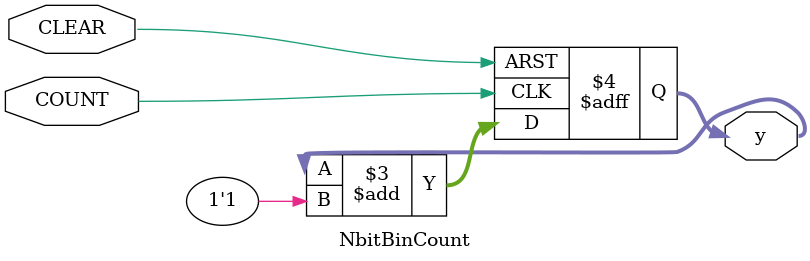
<source format=sv>
module NbitBinCount #(parameter N = 4)
	(
		input COUNT, CLEAR,
		output logic [N-1:0] y 		// y is defined as a register
	);
		always_ff @ (posedge COUNT, negedge CLEAR)
			if (CLEAR==1'b0) y <= 0; 		// y is loaded with all 0's
			else y <= y + 1'b1; 				// y is incremented
endmodule
</source>
